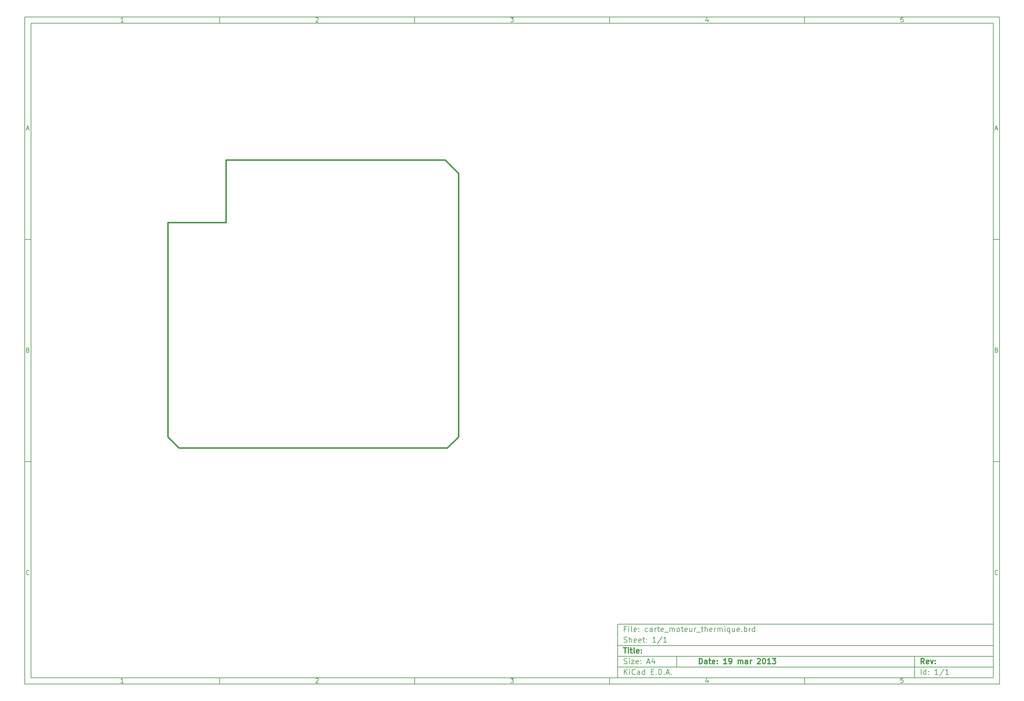
<source format=gbr>
G04 (created by PCBNEW-RS274X (2012-01-19 BZR 3256)-stable) date 19/03/2013 15:02:58*
G01*
G70*
G90*
%MOIN*%
G04 Gerber Fmt 3.4, Leading zero omitted, Abs format*
%FSLAX34Y34*%
G04 APERTURE LIST*
%ADD10C,0.006000*%
%ADD11C,0.012000*%
%ADD12C,0.015000*%
G04 APERTURE END LIST*
G54D10*
X04000Y-04000D02*
X113000Y-04000D01*
X113000Y-78670D01*
X04000Y-78670D01*
X04000Y-04000D01*
X04700Y-04700D02*
X112300Y-04700D01*
X112300Y-77970D01*
X04700Y-77970D01*
X04700Y-04700D01*
X25800Y-04000D02*
X25800Y-04700D01*
X15043Y-04552D02*
X14757Y-04552D01*
X14900Y-04552D02*
X14900Y-04052D01*
X14852Y-04124D01*
X14805Y-04171D01*
X14757Y-04195D01*
X25800Y-78670D02*
X25800Y-77970D01*
X15043Y-78522D02*
X14757Y-78522D01*
X14900Y-78522D02*
X14900Y-78022D01*
X14852Y-78094D01*
X14805Y-78141D01*
X14757Y-78165D01*
X47600Y-04000D02*
X47600Y-04700D01*
X36557Y-04100D02*
X36581Y-04076D01*
X36629Y-04052D01*
X36748Y-04052D01*
X36795Y-04076D01*
X36819Y-04100D01*
X36843Y-04148D01*
X36843Y-04195D01*
X36819Y-04267D01*
X36533Y-04552D01*
X36843Y-04552D01*
X47600Y-78670D02*
X47600Y-77970D01*
X36557Y-78070D02*
X36581Y-78046D01*
X36629Y-78022D01*
X36748Y-78022D01*
X36795Y-78046D01*
X36819Y-78070D01*
X36843Y-78118D01*
X36843Y-78165D01*
X36819Y-78237D01*
X36533Y-78522D01*
X36843Y-78522D01*
X69400Y-04000D02*
X69400Y-04700D01*
X58333Y-04052D02*
X58643Y-04052D01*
X58476Y-04243D01*
X58548Y-04243D01*
X58595Y-04267D01*
X58619Y-04290D01*
X58643Y-04338D01*
X58643Y-04457D01*
X58619Y-04505D01*
X58595Y-04529D01*
X58548Y-04552D01*
X58405Y-04552D01*
X58357Y-04529D01*
X58333Y-04505D01*
X69400Y-78670D02*
X69400Y-77970D01*
X58333Y-78022D02*
X58643Y-78022D01*
X58476Y-78213D01*
X58548Y-78213D01*
X58595Y-78237D01*
X58619Y-78260D01*
X58643Y-78308D01*
X58643Y-78427D01*
X58619Y-78475D01*
X58595Y-78499D01*
X58548Y-78522D01*
X58405Y-78522D01*
X58357Y-78499D01*
X58333Y-78475D01*
X91200Y-04000D02*
X91200Y-04700D01*
X80395Y-04219D02*
X80395Y-04552D01*
X80276Y-04029D02*
X80157Y-04386D01*
X80467Y-04386D01*
X91200Y-78670D02*
X91200Y-77970D01*
X80395Y-78189D02*
X80395Y-78522D01*
X80276Y-77999D02*
X80157Y-78356D01*
X80467Y-78356D01*
X102219Y-04052D02*
X101981Y-04052D01*
X101957Y-04290D01*
X101981Y-04267D01*
X102029Y-04243D01*
X102148Y-04243D01*
X102195Y-04267D01*
X102219Y-04290D01*
X102243Y-04338D01*
X102243Y-04457D01*
X102219Y-04505D01*
X102195Y-04529D01*
X102148Y-04552D01*
X102029Y-04552D01*
X101981Y-04529D01*
X101957Y-04505D01*
X102219Y-78022D02*
X101981Y-78022D01*
X101957Y-78260D01*
X101981Y-78237D01*
X102029Y-78213D01*
X102148Y-78213D01*
X102195Y-78237D01*
X102219Y-78260D01*
X102243Y-78308D01*
X102243Y-78427D01*
X102219Y-78475D01*
X102195Y-78499D01*
X102148Y-78522D01*
X102029Y-78522D01*
X101981Y-78499D01*
X101957Y-78475D01*
X04000Y-28890D02*
X04700Y-28890D01*
X04231Y-16510D02*
X04469Y-16510D01*
X04184Y-16652D02*
X04350Y-16152D01*
X04517Y-16652D01*
X113000Y-28890D02*
X112300Y-28890D01*
X112531Y-16510D02*
X112769Y-16510D01*
X112484Y-16652D02*
X112650Y-16152D01*
X112817Y-16652D01*
X04000Y-53780D02*
X04700Y-53780D01*
X04386Y-41280D02*
X04457Y-41304D01*
X04481Y-41328D01*
X04505Y-41376D01*
X04505Y-41447D01*
X04481Y-41495D01*
X04457Y-41519D01*
X04410Y-41542D01*
X04219Y-41542D01*
X04219Y-41042D01*
X04386Y-41042D01*
X04433Y-41066D01*
X04457Y-41090D01*
X04481Y-41138D01*
X04481Y-41185D01*
X04457Y-41233D01*
X04433Y-41257D01*
X04386Y-41280D01*
X04219Y-41280D01*
X113000Y-53780D02*
X112300Y-53780D01*
X112686Y-41280D02*
X112757Y-41304D01*
X112781Y-41328D01*
X112805Y-41376D01*
X112805Y-41447D01*
X112781Y-41495D01*
X112757Y-41519D01*
X112710Y-41542D01*
X112519Y-41542D01*
X112519Y-41042D01*
X112686Y-41042D01*
X112733Y-41066D01*
X112757Y-41090D01*
X112781Y-41138D01*
X112781Y-41185D01*
X112757Y-41233D01*
X112733Y-41257D01*
X112686Y-41280D01*
X112519Y-41280D01*
X04505Y-66385D02*
X04481Y-66409D01*
X04410Y-66432D01*
X04362Y-66432D01*
X04290Y-66409D01*
X04243Y-66361D01*
X04219Y-66313D01*
X04195Y-66218D01*
X04195Y-66147D01*
X04219Y-66051D01*
X04243Y-66004D01*
X04290Y-65956D01*
X04362Y-65932D01*
X04410Y-65932D01*
X04481Y-65956D01*
X04505Y-65980D01*
X112805Y-66385D02*
X112781Y-66409D01*
X112710Y-66432D01*
X112662Y-66432D01*
X112590Y-66409D01*
X112543Y-66361D01*
X112519Y-66313D01*
X112495Y-66218D01*
X112495Y-66147D01*
X112519Y-66051D01*
X112543Y-66004D01*
X112590Y-65956D01*
X112662Y-65932D01*
X112710Y-65932D01*
X112781Y-65956D01*
X112805Y-65980D01*
G54D11*
X79443Y-76413D02*
X79443Y-75813D01*
X79586Y-75813D01*
X79671Y-75841D01*
X79729Y-75899D01*
X79757Y-75956D01*
X79786Y-76070D01*
X79786Y-76156D01*
X79757Y-76270D01*
X79729Y-76327D01*
X79671Y-76384D01*
X79586Y-76413D01*
X79443Y-76413D01*
X80300Y-76413D02*
X80300Y-76099D01*
X80271Y-76041D01*
X80214Y-76013D01*
X80100Y-76013D01*
X80043Y-76041D01*
X80300Y-76384D02*
X80243Y-76413D01*
X80100Y-76413D01*
X80043Y-76384D01*
X80014Y-76327D01*
X80014Y-76270D01*
X80043Y-76213D01*
X80100Y-76184D01*
X80243Y-76184D01*
X80300Y-76156D01*
X80500Y-76013D02*
X80729Y-76013D01*
X80586Y-75813D02*
X80586Y-76327D01*
X80614Y-76384D01*
X80672Y-76413D01*
X80729Y-76413D01*
X81157Y-76384D02*
X81100Y-76413D01*
X80986Y-76413D01*
X80929Y-76384D01*
X80900Y-76327D01*
X80900Y-76099D01*
X80929Y-76041D01*
X80986Y-76013D01*
X81100Y-76013D01*
X81157Y-76041D01*
X81186Y-76099D01*
X81186Y-76156D01*
X80900Y-76213D01*
X81443Y-76356D02*
X81471Y-76384D01*
X81443Y-76413D01*
X81414Y-76384D01*
X81443Y-76356D01*
X81443Y-76413D01*
X81443Y-76041D02*
X81471Y-76070D01*
X81443Y-76099D01*
X81414Y-76070D01*
X81443Y-76041D01*
X81443Y-76099D01*
X82500Y-76413D02*
X82157Y-76413D01*
X82329Y-76413D02*
X82329Y-75813D01*
X82272Y-75899D01*
X82214Y-75956D01*
X82157Y-75984D01*
X82785Y-76413D02*
X82900Y-76413D01*
X82957Y-76384D01*
X82985Y-76356D01*
X83043Y-76270D01*
X83071Y-76156D01*
X83071Y-75927D01*
X83043Y-75870D01*
X83014Y-75841D01*
X82957Y-75813D01*
X82843Y-75813D01*
X82785Y-75841D01*
X82757Y-75870D01*
X82728Y-75927D01*
X82728Y-76070D01*
X82757Y-76127D01*
X82785Y-76156D01*
X82843Y-76184D01*
X82957Y-76184D01*
X83014Y-76156D01*
X83043Y-76127D01*
X83071Y-76070D01*
X83785Y-76413D02*
X83785Y-76013D01*
X83785Y-76070D02*
X83813Y-76041D01*
X83871Y-76013D01*
X83956Y-76013D01*
X84013Y-76041D01*
X84042Y-76099D01*
X84042Y-76413D01*
X84042Y-76099D02*
X84071Y-76041D01*
X84128Y-76013D01*
X84213Y-76013D01*
X84271Y-76041D01*
X84299Y-76099D01*
X84299Y-76413D01*
X84842Y-76413D02*
X84842Y-76099D01*
X84813Y-76041D01*
X84756Y-76013D01*
X84642Y-76013D01*
X84585Y-76041D01*
X84842Y-76384D02*
X84785Y-76413D01*
X84642Y-76413D01*
X84585Y-76384D01*
X84556Y-76327D01*
X84556Y-76270D01*
X84585Y-76213D01*
X84642Y-76184D01*
X84785Y-76184D01*
X84842Y-76156D01*
X85128Y-76413D02*
X85128Y-76013D01*
X85128Y-76127D02*
X85156Y-76070D01*
X85185Y-76041D01*
X85242Y-76013D01*
X85299Y-76013D01*
X85927Y-75870D02*
X85956Y-75841D01*
X86013Y-75813D01*
X86156Y-75813D01*
X86213Y-75841D01*
X86242Y-75870D01*
X86270Y-75927D01*
X86270Y-75984D01*
X86242Y-76070D01*
X85899Y-76413D01*
X86270Y-76413D01*
X86641Y-75813D02*
X86698Y-75813D01*
X86755Y-75841D01*
X86784Y-75870D01*
X86813Y-75927D01*
X86841Y-76041D01*
X86841Y-76184D01*
X86813Y-76299D01*
X86784Y-76356D01*
X86755Y-76384D01*
X86698Y-76413D01*
X86641Y-76413D01*
X86584Y-76384D01*
X86555Y-76356D01*
X86527Y-76299D01*
X86498Y-76184D01*
X86498Y-76041D01*
X86527Y-75927D01*
X86555Y-75870D01*
X86584Y-75841D01*
X86641Y-75813D01*
X87412Y-76413D02*
X87069Y-76413D01*
X87241Y-76413D02*
X87241Y-75813D01*
X87184Y-75899D01*
X87126Y-75956D01*
X87069Y-75984D01*
X87612Y-75813D02*
X87983Y-75813D01*
X87783Y-76041D01*
X87869Y-76041D01*
X87926Y-76070D01*
X87955Y-76099D01*
X87983Y-76156D01*
X87983Y-76299D01*
X87955Y-76356D01*
X87926Y-76384D01*
X87869Y-76413D01*
X87697Y-76413D01*
X87640Y-76384D01*
X87612Y-76356D01*
G54D10*
X71043Y-77613D02*
X71043Y-77013D01*
X71386Y-77613D02*
X71129Y-77270D01*
X71386Y-77013D02*
X71043Y-77356D01*
X71643Y-77613D02*
X71643Y-77213D01*
X71643Y-77013D02*
X71614Y-77041D01*
X71643Y-77070D01*
X71671Y-77041D01*
X71643Y-77013D01*
X71643Y-77070D01*
X72272Y-77556D02*
X72243Y-77584D01*
X72157Y-77613D01*
X72100Y-77613D01*
X72015Y-77584D01*
X71957Y-77527D01*
X71929Y-77470D01*
X71900Y-77356D01*
X71900Y-77270D01*
X71929Y-77156D01*
X71957Y-77099D01*
X72015Y-77041D01*
X72100Y-77013D01*
X72157Y-77013D01*
X72243Y-77041D01*
X72272Y-77070D01*
X72786Y-77613D02*
X72786Y-77299D01*
X72757Y-77241D01*
X72700Y-77213D01*
X72586Y-77213D01*
X72529Y-77241D01*
X72786Y-77584D02*
X72729Y-77613D01*
X72586Y-77613D01*
X72529Y-77584D01*
X72500Y-77527D01*
X72500Y-77470D01*
X72529Y-77413D01*
X72586Y-77384D01*
X72729Y-77384D01*
X72786Y-77356D01*
X73329Y-77613D02*
X73329Y-77013D01*
X73329Y-77584D02*
X73272Y-77613D01*
X73158Y-77613D01*
X73100Y-77584D01*
X73072Y-77556D01*
X73043Y-77499D01*
X73043Y-77327D01*
X73072Y-77270D01*
X73100Y-77241D01*
X73158Y-77213D01*
X73272Y-77213D01*
X73329Y-77241D01*
X74072Y-77299D02*
X74272Y-77299D01*
X74358Y-77613D02*
X74072Y-77613D01*
X74072Y-77013D01*
X74358Y-77013D01*
X74615Y-77556D02*
X74643Y-77584D01*
X74615Y-77613D01*
X74586Y-77584D01*
X74615Y-77556D01*
X74615Y-77613D01*
X74901Y-77613D02*
X74901Y-77013D01*
X75044Y-77013D01*
X75129Y-77041D01*
X75187Y-77099D01*
X75215Y-77156D01*
X75244Y-77270D01*
X75244Y-77356D01*
X75215Y-77470D01*
X75187Y-77527D01*
X75129Y-77584D01*
X75044Y-77613D01*
X74901Y-77613D01*
X75501Y-77556D02*
X75529Y-77584D01*
X75501Y-77613D01*
X75472Y-77584D01*
X75501Y-77556D01*
X75501Y-77613D01*
X75758Y-77441D02*
X76044Y-77441D01*
X75701Y-77613D02*
X75901Y-77013D01*
X76101Y-77613D01*
X76301Y-77556D02*
X76329Y-77584D01*
X76301Y-77613D01*
X76272Y-77584D01*
X76301Y-77556D01*
X76301Y-77613D01*
G54D11*
X104586Y-76413D02*
X104386Y-76127D01*
X104243Y-76413D02*
X104243Y-75813D01*
X104471Y-75813D01*
X104529Y-75841D01*
X104557Y-75870D01*
X104586Y-75927D01*
X104586Y-76013D01*
X104557Y-76070D01*
X104529Y-76099D01*
X104471Y-76127D01*
X104243Y-76127D01*
X105071Y-76384D02*
X105014Y-76413D01*
X104900Y-76413D01*
X104843Y-76384D01*
X104814Y-76327D01*
X104814Y-76099D01*
X104843Y-76041D01*
X104900Y-76013D01*
X105014Y-76013D01*
X105071Y-76041D01*
X105100Y-76099D01*
X105100Y-76156D01*
X104814Y-76213D01*
X105300Y-76013D02*
X105443Y-76413D01*
X105585Y-76013D01*
X105814Y-76356D02*
X105842Y-76384D01*
X105814Y-76413D01*
X105785Y-76384D01*
X105814Y-76356D01*
X105814Y-76413D01*
X105814Y-76041D02*
X105842Y-76070D01*
X105814Y-76099D01*
X105785Y-76070D01*
X105814Y-76041D01*
X105814Y-76099D01*
G54D10*
X71014Y-76384D02*
X71100Y-76413D01*
X71243Y-76413D01*
X71300Y-76384D01*
X71329Y-76356D01*
X71357Y-76299D01*
X71357Y-76241D01*
X71329Y-76184D01*
X71300Y-76156D01*
X71243Y-76127D01*
X71129Y-76099D01*
X71071Y-76070D01*
X71043Y-76041D01*
X71014Y-75984D01*
X71014Y-75927D01*
X71043Y-75870D01*
X71071Y-75841D01*
X71129Y-75813D01*
X71271Y-75813D01*
X71357Y-75841D01*
X71614Y-76413D02*
X71614Y-76013D01*
X71614Y-75813D02*
X71585Y-75841D01*
X71614Y-75870D01*
X71642Y-75841D01*
X71614Y-75813D01*
X71614Y-75870D01*
X71843Y-76013D02*
X72157Y-76013D01*
X71843Y-76413D01*
X72157Y-76413D01*
X72614Y-76384D02*
X72557Y-76413D01*
X72443Y-76413D01*
X72386Y-76384D01*
X72357Y-76327D01*
X72357Y-76099D01*
X72386Y-76041D01*
X72443Y-76013D01*
X72557Y-76013D01*
X72614Y-76041D01*
X72643Y-76099D01*
X72643Y-76156D01*
X72357Y-76213D01*
X72900Y-76356D02*
X72928Y-76384D01*
X72900Y-76413D01*
X72871Y-76384D01*
X72900Y-76356D01*
X72900Y-76413D01*
X72900Y-76041D02*
X72928Y-76070D01*
X72900Y-76099D01*
X72871Y-76070D01*
X72900Y-76041D01*
X72900Y-76099D01*
X73614Y-76241D02*
X73900Y-76241D01*
X73557Y-76413D02*
X73757Y-75813D01*
X73957Y-76413D01*
X74414Y-76013D02*
X74414Y-76413D01*
X74271Y-75784D02*
X74128Y-76213D01*
X74500Y-76213D01*
X104243Y-77613D02*
X104243Y-77013D01*
X104786Y-77613D02*
X104786Y-77013D01*
X104786Y-77584D02*
X104729Y-77613D01*
X104615Y-77613D01*
X104557Y-77584D01*
X104529Y-77556D01*
X104500Y-77499D01*
X104500Y-77327D01*
X104529Y-77270D01*
X104557Y-77241D01*
X104615Y-77213D01*
X104729Y-77213D01*
X104786Y-77241D01*
X105072Y-77556D02*
X105100Y-77584D01*
X105072Y-77613D01*
X105043Y-77584D01*
X105072Y-77556D01*
X105072Y-77613D01*
X105072Y-77241D02*
X105100Y-77270D01*
X105072Y-77299D01*
X105043Y-77270D01*
X105072Y-77241D01*
X105072Y-77299D01*
X106129Y-77613D02*
X105786Y-77613D01*
X105958Y-77613D02*
X105958Y-77013D01*
X105901Y-77099D01*
X105843Y-77156D01*
X105786Y-77184D01*
X106814Y-76984D02*
X106300Y-77756D01*
X107329Y-77613D02*
X106986Y-77613D01*
X107158Y-77613D02*
X107158Y-77013D01*
X107101Y-77099D01*
X107043Y-77156D01*
X106986Y-77184D01*
G54D11*
X70957Y-74613D02*
X71300Y-74613D01*
X71129Y-75213D02*
X71129Y-74613D01*
X71500Y-75213D02*
X71500Y-74813D01*
X71500Y-74613D02*
X71471Y-74641D01*
X71500Y-74670D01*
X71528Y-74641D01*
X71500Y-74613D01*
X71500Y-74670D01*
X71700Y-74813D02*
X71929Y-74813D01*
X71786Y-74613D02*
X71786Y-75127D01*
X71814Y-75184D01*
X71872Y-75213D01*
X71929Y-75213D01*
X72215Y-75213D02*
X72157Y-75184D01*
X72129Y-75127D01*
X72129Y-74613D01*
X72671Y-75184D02*
X72614Y-75213D01*
X72500Y-75213D01*
X72443Y-75184D01*
X72414Y-75127D01*
X72414Y-74899D01*
X72443Y-74841D01*
X72500Y-74813D01*
X72614Y-74813D01*
X72671Y-74841D01*
X72700Y-74899D01*
X72700Y-74956D01*
X72414Y-75013D01*
X72957Y-75156D02*
X72985Y-75184D01*
X72957Y-75213D01*
X72928Y-75184D01*
X72957Y-75156D01*
X72957Y-75213D01*
X72957Y-74841D02*
X72985Y-74870D01*
X72957Y-74899D01*
X72928Y-74870D01*
X72957Y-74841D01*
X72957Y-74899D01*
G54D10*
X71243Y-72499D02*
X71043Y-72499D01*
X71043Y-72813D02*
X71043Y-72213D01*
X71329Y-72213D01*
X71557Y-72813D02*
X71557Y-72413D01*
X71557Y-72213D02*
X71528Y-72241D01*
X71557Y-72270D01*
X71585Y-72241D01*
X71557Y-72213D01*
X71557Y-72270D01*
X71929Y-72813D02*
X71871Y-72784D01*
X71843Y-72727D01*
X71843Y-72213D01*
X72385Y-72784D02*
X72328Y-72813D01*
X72214Y-72813D01*
X72157Y-72784D01*
X72128Y-72727D01*
X72128Y-72499D01*
X72157Y-72441D01*
X72214Y-72413D01*
X72328Y-72413D01*
X72385Y-72441D01*
X72414Y-72499D01*
X72414Y-72556D01*
X72128Y-72613D01*
X72671Y-72756D02*
X72699Y-72784D01*
X72671Y-72813D01*
X72642Y-72784D01*
X72671Y-72756D01*
X72671Y-72813D01*
X72671Y-72441D02*
X72699Y-72470D01*
X72671Y-72499D01*
X72642Y-72470D01*
X72671Y-72441D01*
X72671Y-72499D01*
X73671Y-72784D02*
X73614Y-72813D01*
X73500Y-72813D01*
X73442Y-72784D01*
X73414Y-72756D01*
X73385Y-72699D01*
X73385Y-72527D01*
X73414Y-72470D01*
X73442Y-72441D01*
X73500Y-72413D01*
X73614Y-72413D01*
X73671Y-72441D01*
X74185Y-72813D02*
X74185Y-72499D01*
X74156Y-72441D01*
X74099Y-72413D01*
X73985Y-72413D01*
X73928Y-72441D01*
X74185Y-72784D02*
X74128Y-72813D01*
X73985Y-72813D01*
X73928Y-72784D01*
X73899Y-72727D01*
X73899Y-72670D01*
X73928Y-72613D01*
X73985Y-72584D01*
X74128Y-72584D01*
X74185Y-72556D01*
X74471Y-72813D02*
X74471Y-72413D01*
X74471Y-72527D02*
X74499Y-72470D01*
X74528Y-72441D01*
X74585Y-72413D01*
X74642Y-72413D01*
X74756Y-72413D02*
X74985Y-72413D01*
X74842Y-72213D02*
X74842Y-72727D01*
X74870Y-72784D01*
X74928Y-72813D01*
X74985Y-72813D01*
X75413Y-72784D02*
X75356Y-72813D01*
X75242Y-72813D01*
X75185Y-72784D01*
X75156Y-72727D01*
X75156Y-72499D01*
X75185Y-72441D01*
X75242Y-72413D01*
X75356Y-72413D01*
X75413Y-72441D01*
X75442Y-72499D01*
X75442Y-72556D01*
X75156Y-72613D01*
X75556Y-72870D02*
X76013Y-72870D01*
X76156Y-72813D02*
X76156Y-72413D01*
X76156Y-72470D02*
X76184Y-72441D01*
X76242Y-72413D01*
X76327Y-72413D01*
X76384Y-72441D01*
X76413Y-72499D01*
X76413Y-72813D01*
X76413Y-72499D02*
X76442Y-72441D01*
X76499Y-72413D01*
X76584Y-72413D01*
X76642Y-72441D01*
X76670Y-72499D01*
X76670Y-72813D01*
X77042Y-72813D02*
X76984Y-72784D01*
X76956Y-72756D01*
X76927Y-72699D01*
X76927Y-72527D01*
X76956Y-72470D01*
X76984Y-72441D01*
X77042Y-72413D01*
X77127Y-72413D01*
X77184Y-72441D01*
X77213Y-72470D01*
X77242Y-72527D01*
X77242Y-72699D01*
X77213Y-72756D01*
X77184Y-72784D01*
X77127Y-72813D01*
X77042Y-72813D01*
X77413Y-72413D02*
X77642Y-72413D01*
X77499Y-72213D02*
X77499Y-72727D01*
X77527Y-72784D01*
X77585Y-72813D01*
X77642Y-72813D01*
X78070Y-72784D02*
X78013Y-72813D01*
X77899Y-72813D01*
X77842Y-72784D01*
X77813Y-72727D01*
X77813Y-72499D01*
X77842Y-72441D01*
X77899Y-72413D01*
X78013Y-72413D01*
X78070Y-72441D01*
X78099Y-72499D01*
X78099Y-72556D01*
X77813Y-72613D01*
X78613Y-72413D02*
X78613Y-72813D01*
X78356Y-72413D02*
X78356Y-72727D01*
X78384Y-72784D01*
X78442Y-72813D01*
X78527Y-72813D01*
X78584Y-72784D01*
X78613Y-72756D01*
X78899Y-72813D02*
X78899Y-72413D01*
X78899Y-72527D02*
X78927Y-72470D01*
X78956Y-72441D01*
X79013Y-72413D01*
X79070Y-72413D01*
X79127Y-72870D02*
X79584Y-72870D01*
X79641Y-72413D02*
X79870Y-72413D01*
X79727Y-72213D02*
X79727Y-72727D01*
X79755Y-72784D01*
X79813Y-72813D01*
X79870Y-72813D01*
X80070Y-72813D02*
X80070Y-72213D01*
X80327Y-72813D02*
X80327Y-72499D01*
X80298Y-72441D01*
X80241Y-72413D01*
X80156Y-72413D01*
X80098Y-72441D01*
X80070Y-72470D01*
X80841Y-72784D02*
X80784Y-72813D01*
X80670Y-72813D01*
X80613Y-72784D01*
X80584Y-72727D01*
X80584Y-72499D01*
X80613Y-72441D01*
X80670Y-72413D01*
X80784Y-72413D01*
X80841Y-72441D01*
X80870Y-72499D01*
X80870Y-72556D01*
X80584Y-72613D01*
X81127Y-72813D02*
X81127Y-72413D01*
X81127Y-72527D02*
X81155Y-72470D01*
X81184Y-72441D01*
X81241Y-72413D01*
X81298Y-72413D01*
X81498Y-72813D02*
X81498Y-72413D01*
X81498Y-72470D02*
X81526Y-72441D01*
X81584Y-72413D01*
X81669Y-72413D01*
X81726Y-72441D01*
X81755Y-72499D01*
X81755Y-72813D01*
X81755Y-72499D02*
X81784Y-72441D01*
X81841Y-72413D01*
X81926Y-72413D01*
X81984Y-72441D01*
X82012Y-72499D01*
X82012Y-72813D01*
X82298Y-72813D02*
X82298Y-72413D01*
X82298Y-72213D02*
X82269Y-72241D01*
X82298Y-72270D01*
X82326Y-72241D01*
X82298Y-72213D01*
X82298Y-72270D01*
X82841Y-72413D02*
X82841Y-73013D01*
X82841Y-72784D02*
X82784Y-72813D01*
X82670Y-72813D01*
X82612Y-72784D01*
X82584Y-72756D01*
X82555Y-72699D01*
X82555Y-72527D01*
X82584Y-72470D01*
X82612Y-72441D01*
X82670Y-72413D01*
X82784Y-72413D01*
X82841Y-72441D01*
X83384Y-72413D02*
X83384Y-72813D01*
X83127Y-72413D02*
X83127Y-72727D01*
X83155Y-72784D01*
X83213Y-72813D01*
X83298Y-72813D01*
X83355Y-72784D01*
X83384Y-72756D01*
X83898Y-72784D02*
X83841Y-72813D01*
X83727Y-72813D01*
X83670Y-72784D01*
X83641Y-72727D01*
X83641Y-72499D01*
X83670Y-72441D01*
X83727Y-72413D01*
X83841Y-72413D01*
X83898Y-72441D01*
X83927Y-72499D01*
X83927Y-72556D01*
X83641Y-72613D01*
X84184Y-72756D02*
X84212Y-72784D01*
X84184Y-72813D01*
X84155Y-72784D01*
X84184Y-72756D01*
X84184Y-72813D01*
X84470Y-72813D02*
X84470Y-72213D01*
X84470Y-72441D02*
X84527Y-72413D01*
X84641Y-72413D01*
X84698Y-72441D01*
X84727Y-72470D01*
X84756Y-72527D01*
X84756Y-72699D01*
X84727Y-72756D01*
X84698Y-72784D01*
X84641Y-72813D01*
X84527Y-72813D01*
X84470Y-72784D01*
X85013Y-72813D02*
X85013Y-72413D01*
X85013Y-72527D02*
X85041Y-72470D01*
X85070Y-72441D01*
X85127Y-72413D01*
X85184Y-72413D01*
X85641Y-72813D02*
X85641Y-72213D01*
X85641Y-72784D02*
X85584Y-72813D01*
X85470Y-72813D01*
X85412Y-72784D01*
X85384Y-72756D01*
X85355Y-72699D01*
X85355Y-72527D01*
X85384Y-72470D01*
X85412Y-72441D01*
X85470Y-72413D01*
X85584Y-72413D01*
X85641Y-72441D01*
X71014Y-73984D02*
X71100Y-74013D01*
X71243Y-74013D01*
X71300Y-73984D01*
X71329Y-73956D01*
X71357Y-73899D01*
X71357Y-73841D01*
X71329Y-73784D01*
X71300Y-73756D01*
X71243Y-73727D01*
X71129Y-73699D01*
X71071Y-73670D01*
X71043Y-73641D01*
X71014Y-73584D01*
X71014Y-73527D01*
X71043Y-73470D01*
X71071Y-73441D01*
X71129Y-73413D01*
X71271Y-73413D01*
X71357Y-73441D01*
X71614Y-74013D02*
X71614Y-73413D01*
X71871Y-74013D02*
X71871Y-73699D01*
X71842Y-73641D01*
X71785Y-73613D01*
X71700Y-73613D01*
X71642Y-73641D01*
X71614Y-73670D01*
X72385Y-73984D02*
X72328Y-74013D01*
X72214Y-74013D01*
X72157Y-73984D01*
X72128Y-73927D01*
X72128Y-73699D01*
X72157Y-73641D01*
X72214Y-73613D01*
X72328Y-73613D01*
X72385Y-73641D01*
X72414Y-73699D01*
X72414Y-73756D01*
X72128Y-73813D01*
X72899Y-73984D02*
X72842Y-74013D01*
X72728Y-74013D01*
X72671Y-73984D01*
X72642Y-73927D01*
X72642Y-73699D01*
X72671Y-73641D01*
X72728Y-73613D01*
X72842Y-73613D01*
X72899Y-73641D01*
X72928Y-73699D01*
X72928Y-73756D01*
X72642Y-73813D01*
X73099Y-73613D02*
X73328Y-73613D01*
X73185Y-73413D02*
X73185Y-73927D01*
X73213Y-73984D01*
X73271Y-74013D01*
X73328Y-74013D01*
X73528Y-73956D02*
X73556Y-73984D01*
X73528Y-74013D01*
X73499Y-73984D01*
X73528Y-73956D01*
X73528Y-74013D01*
X73528Y-73641D02*
X73556Y-73670D01*
X73528Y-73699D01*
X73499Y-73670D01*
X73528Y-73641D01*
X73528Y-73699D01*
X74585Y-74013D02*
X74242Y-74013D01*
X74414Y-74013D02*
X74414Y-73413D01*
X74357Y-73499D01*
X74299Y-73556D01*
X74242Y-73584D01*
X75270Y-73384D02*
X74756Y-74156D01*
X75785Y-74013D02*
X75442Y-74013D01*
X75614Y-74013D02*
X75614Y-73413D01*
X75557Y-73499D01*
X75499Y-73556D01*
X75442Y-73584D01*
X70300Y-71970D02*
X70300Y-77970D01*
X70300Y-71970D02*
X112300Y-71970D01*
X70300Y-71970D02*
X112300Y-71970D01*
X70300Y-74370D02*
X112300Y-74370D01*
X103500Y-75570D02*
X103500Y-77970D01*
X70300Y-76770D02*
X112300Y-76770D01*
X70300Y-75570D02*
X112300Y-75570D01*
X76900Y-75570D02*
X76900Y-76770D01*
G54D12*
X20000Y-51000D02*
X20000Y-27000D01*
X51250Y-52250D02*
X21250Y-52250D01*
X20000Y-51000D02*
X21250Y-52250D01*
X51000Y-20000D02*
X26500Y-20000D01*
X52500Y-51000D02*
X51250Y-52250D01*
X52500Y-21500D02*
X52500Y-51000D01*
X51000Y-20000D02*
X52500Y-21500D01*
X26500Y-27000D02*
X26500Y-20000D01*
X20000Y-27000D02*
X26500Y-27000D01*
M02*

</source>
